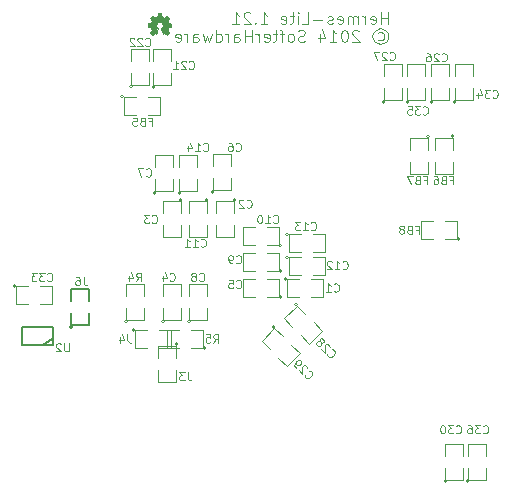
<source format=gbo>
%FSLAX46Y46*%
G04 Gerber Fmt 4.6, Leading zero omitted, Abs format (unit mm)*
G04 Created by KiCad (PCBNEW (2014-08-05 BZR 5054)-product) date Sun 07 Dec 2014 10:24:09 PM PST*
%MOMM*%
G01*
G04 APERTURE LIST*
%ADD10C,0.100000*%
%ADD11C,0.099060*%
%ADD12C,0.127000*%
%ADD13C,0.150000*%
%ADD14C,0.002540*%
G04 APERTURE END LIST*
D10*
X34061905Y-2252381D02*
X34061905Y-1252381D01*
X34061905Y-1728571D02*
X33490476Y-1728571D01*
X33490476Y-2252381D02*
X33490476Y-1252381D01*
X32633333Y-2204762D02*
X32728571Y-2252381D01*
X32919048Y-2252381D01*
X33014286Y-2204762D01*
X33061905Y-2109524D01*
X33061905Y-1728571D01*
X33014286Y-1633333D01*
X32919048Y-1585714D01*
X32728571Y-1585714D01*
X32633333Y-1633333D01*
X32585714Y-1728571D01*
X32585714Y-1823810D01*
X33061905Y-1919048D01*
X32157143Y-2252381D02*
X32157143Y-1585714D01*
X32157143Y-1776190D02*
X32109524Y-1680952D01*
X32061905Y-1633333D01*
X31966667Y-1585714D01*
X31871428Y-1585714D01*
X31538095Y-2252381D02*
X31538095Y-1585714D01*
X31538095Y-1680952D02*
X31490476Y-1633333D01*
X31395238Y-1585714D01*
X31252380Y-1585714D01*
X31157142Y-1633333D01*
X31109523Y-1728571D01*
X31109523Y-2252381D01*
X31109523Y-1728571D02*
X31061904Y-1633333D01*
X30966666Y-1585714D01*
X30823809Y-1585714D01*
X30728571Y-1633333D01*
X30680952Y-1728571D01*
X30680952Y-2252381D01*
X29823809Y-2204762D02*
X29919047Y-2252381D01*
X30109524Y-2252381D01*
X30204762Y-2204762D01*
X30252381Y-2109524D01*
X30252381Y-1728571D01*
X30204762Y-1633333D01*
X30109524Y-1585714D01*
X29919047Y-1585714D01*
X29823809Y-1633333D01*
X29776190Y-1728571D01*
X29776190Y-1823810D01*
X30252381Y-1919048D01*
X29395238Y-2204762D02*
X29300000Y-2252381D01*
X29109524Y-2252381D01*
X29014285Y-2204762D01*
X28966666Y-2109524D01*
X28966666Y-2061905D01*
X29014285Y-1966667D01*
X29109524Y-1919048D01*
X29252381Y-1919048D01*
X29347619Y-1871429D01*
X29395238Y-1776190D01*
X29395238Y-1728571D01*
X29347619Y-1633333D01*
X29252381Y-1585714D01*
X29109524Y-1585714D01*
X29014285Y-1633333D01*
X28538095Y-1871429D02*
X27776190Y-1871429D01*
X26823809Y-2252381D02*
X27300000Y-2252381D01*
X27300000Y-1252381D01*
X26490476Y-2252381D02*
X26490476Y-1585714D01*
X26490476Y-1252381D02*
X26538095Y-1300000D01*
X26490476Y-1347619D01*
X26442857Y-1300000D01*
X26490476Y-1252381D01*
X26490476Y-1347619D01*
X26157143Y-1585714D02*
X25776191Y-1585714D01*
X26014286Y-1252381D02*
X26014286Y-2109524D01*
X25966667Y-2204762D01*
X25871429Y-2252381D01*
X25776191Y-2252381D01*
X25061904Y-2204762D02*
X25157142Y-2252381D01*
X25347619Y-2252381D01*
X25442857Y-2204762D01*
X25490476Y-2109524D01*
X25490476Y-1728571D01*
X25442857Y-1633333D01*
X25347619Y-1585714D01*
X25157142Y-1585714D01*
X25061904Y-1633333D01*
X25014285Y-1728571D01*
X25014285Y-1823810D01*
X25490476Y-1919048D01*
X23299999Y-2252381D02*
X23871428Y-2252381D01*
X23585714Y-2252381D02*
X23585714Y-1252381D01*
X23680952Y-1395238D01*
X23776190Y-1490476D01*
X23871428Y-1538095D01*
X22871428Y-2157143D02*
X22823809Y-2204762D01*
X22871428Y-2252381D01*
X22919047Y-2204762D01*
X22871428Y-2157143D01*
X22871428Y-2252381D01*
X22442857Y-1347619D02*
X22395238Y-1300000D01*
X22300000Y-1252381D01*
X22061904Y-1252381D01*
X21966666Y-1300000D01*
X21919047Y-1347619D01*
X21871428Y-1442857D01*
X21871428Y-1538095D01*
X21919047Y-1680952D01*
X22490476Y-2252381D01*
X21871428Y-2252381D01*
X20919047Y-2252381D02*
X21490476Y-2252381D01*
X21204762Y-2252381D02*
X21204762Y-1252381D01*
X21300000Y-1395238D01*
X21395238Y-1490476D01*
X21490476Y-1538095D01*
X33252381Y-2990476D02*
X33347619Y-2942857D01*
X33538095Y-2942857D01*
X33633333Y-2990476D01*
X33728571Y-3085714D01*
X33776190Y-3180952D01*
X33776190Y-3371429D01*
X33728571Y-3466667D01*
X33633333Y-3561905D01*
X33538095Y-3609524D01*
X33347619Y-3609524D01*
X33252381Y-3561905D01*
X33442857Y-2609524D02*
X33680952Y-2657143D01*
X33919048Y-2800000D01*
X34061905Y-3038095D01*
X34109524Y-3276190D01*
X34061905Y-3514286D01*
X33919048Y-3752381D01*
X33680952Y-3895238D01*
X33442857Y-3942857D01*
X33204762Y-3895238D01*
X32966667Y-3752381D01*
X32823810Y-3514286D01*
X32776190Y-3276190D01*
X32823810Y-3038095D01*
X32966667Y-2800000D01*
X33204762Y-2657143D01*
X33442857Y-2609524D01*
X31633333Y-2847619D02*
X31585714Y-2800000D01*
X31490476Y-2752381D01*
X31252380Y-2752381D01*
X31157142Y-2800000D01*
X31109523Y-2847619D01*
X31061904Y-2942857D01*
X31061904Y-3038095D01*
X31109523Y-3180952D01*
X31680952Y-3752381D01*
X31061904Y-3752381D01*
X30442857Y-2752381D02*
X30347618Y-2752381D01*
X30252380Y-2800000D01*
X30204761Y-2847619D01*
X30157142Y-2942857D01*
X30109523Y-3133333D01*
X30109523Y-3371429D01*
X30157142Y-3561905D01*
X30204761Y-3657143D01*
X30252380Y-3704762D01*
X30347618Y-3752381D01*
X30442857Y-3752381D01*
X30538095Y-3704762D01*
X30585714Y-3657143D01*
X30633333Y-3561905D01*
X30680952Y-3371429D01*
X30680952Y-3133333D01*
X30633333Y-2942857D01*
X30585714Y-2847619D01*
X30538095Y-2800000D01*
X30442857Y-2752381D01*
X29157142Y-3752381D02*
X29728571Y-3752381D01*
X29442857Y-3752381D02*
X29442857Y-2752381D01*
X29538095Y-2895238D01*
X29633333Y-2990476D01*
X29728571Y-3038095D01*
X28299999Y-3085714D02*
X28299999Y-3752381D01*
X28538095Y-2704762D02*
X28776190Y-3419048D01*
X28157142Y-3419048D01*
X27061904Y-3704762D02*
X26919047Y-3752381D01*
X26680951Y-3752381D01*
X26585713Y-3704762D01*
X26538094Y-3657143D01*
X26490475Y-3561905D01*
X26490475Y-3466667D01*
X26538094Y-3371429D01*
X26585713Y-3323810D01*
X26680951Y-3276190D01*
X26871428Y-3228571D01*
X26966666Y-3180952D01*
X27014285Y-3133333D01*
X27061904Y-3038095D01*
X27061904Y-2942857D01*
X27014285Y-2847619D01*
X26966666Y-2800000D01*
X26871428Y-2752381D01*
X26633332Y-2752381D01*
X26490475Y-2800000D01*
X25919047Y-3752381D02*
X26014285Y-3704762D01*
X26061904Y-3657143D01*
X26109523Y-3561905D01*
X26109523Y-3276190D01*
X26061904Y-3180952D01*
X26014285Y-3133333D01*
X25919047Y-3085714D01*
X25776189Y-3085714D01*
X25680951Y-3133333D01*
X25633332Y-3180952D01*
X25585713Y-3276190D01*
X25585713Y-3561905D01*
X25633332Y-3657143D01*
X25680951Y-3704762D01*
X25776189Y-3752381D01*
X25919047Y-3752381D01*
X25299999Y-3085714D02*
X24919047Y-3085714D01*
X25157142Y-3752381D02*
X25157142Y-2895238D01*
X25109523Y-2800000D01*
X25014285Y-2752381D01*
X24919047Y-2752381D01*
X24728570Y-3085714D02*
X24347618Y-3085714D01*
X24585713Y-2752381D02*
X24585713Y-3609524D01*
X24538094Y-3704762D01*
X24442856Y-3752381D01*
X24347618Y-3752381D01*
X23633331Y-3704762D02*
X23728569Y-3752381D01*
X23919046Y-3752381D01*
X24014284Y-3704762D01*
X24061903Y-3609524D01*
X24061903Y-3228571D01*
X24014284Y-3133333D01*
X23919046Y-3085714D01*
X23728569Y-3085714D01*
X23633331Y-3133333D01*
X23585712Y-3228571D01*
X23585712Y-3323810D01*
X24061903Y-3419048D01*
X23157141Y-3752381D02*
X23157141Y-3085714D01*
X23157141Y-3276190D02*
X23109522Y-3180952D01*
X23061903Y-3133333D01*
X22966665Y-3085714D01*
X22871426Y-3085714D01*
X22538093Y-3752381D02*
X22538093Y-2752381D01*
X22538093Y-3228571D02*
X21966664Y-3228571D01*
X21966664Y-3752381D02*
X21966664Y-2752381D01*
X21061902Y-3752381D02*
X21061902Y-3228571D01*
X21109521Y-3133333D01*
X21204759Y-3085714D01*
X21395236Y-3085714D01*
X21490474Y-3133333D01*
X21061902Y-3704762D02*
X21157140Y-3752381D01*
X21395236Y-3752381D01*
X21490474Y-3704762D01*
X21538093Y-3609524D01*
X21538093Y-3514286D01*
X21490474Y-3419048D01*
X21395236Y-3371429D01*
X21157140Y-3371429D01*
X21061902Y-3323810D01*
X20585712Y-3752381D02*
X20585712Y-3085714D01*
X20585712Y-3276190D02*
X20538093Y-3180952D01*
X20490474Y-3133333D01*
X20395236Y-3085714D01*
X20299997Y-3085714D01*
X19538092Y-3752381D02*
X19538092Y-2752381D01*
X19538092Y-3704762D02*
X19633330Y-3752381D01*
X19823807Y-3752381D01*
X19919045Y-3704762D01*
X19966664Y-3657143D01*
X20014283Y-3561905D01*
X20014283Y-3276190D01*
X19966664Y-3180952D01*
X19919045Y-3133333D01*
X19823807Y-3085714D01*
X19633330Y-3085714D01*
X19538092Y-3133333D01*
X19157140Y-3085714D02*
X18966664Y-3752381D01*
X18776187Y-3276190D01*
X18585711Y-3752381D01*
X18395235Y-3085714D01*
X17585711Y-3752381D02*
X17585711Y-3228571D01*
X17633330Y-3133333D01*
X17728568Y-3085714D01*
X17919045Y-3085714D01*
X18014283Y-3133333D01*
X17585711Y-3704762D02*
X17680949Y-3752381D01*
X17919045Y-3752381D01*
X18014283Y-3704762D01*
X18061902Y-3609524D01*
X18061902Y-3514286D01*
X18014283Y-3419048D01*
X17919045Y-3371429D01*
X17680949Y-3371429D01*
X17585711Y-3323810D01*
X17109521Y-3752381D02*
X17109521Y-3085714D01*
X17109521Y-3276190D02*
X17061902Y-3180952D01*
X17014283Y-3133333D01*
X16919045Y-3085714D01*
X16823806Y-3085714D01*
X16109520Y-3704762D02*
X16204758Y-3752381D01*
X16395235Y-3752381D01*
X16490473Y-3704762D01*
X16538092Y-3609524D01*
X16538092Y-3228571D01*
X16490473Y-3133333D01*
X16395235Y-3085714D01*
X16204758Y-3085714D01*
X16109520Y-3133333D01*
X16061901Y-3228571D01*
X16061901Y-3323810D01*
X16538092Y-3419048D01*
D11*
X25576000Y-23838000D02*
G75*
G03X25576000Y-23838000I-127000J0D01*
G74*
G01*
X26592000Y-23838000D02*
X25576000Y-23838000D01*
X25576000Y-23838000D02*
X25576000Y-25362000D01*
X25576000Y-25362000D02*
X26592000Y-25362000D01*
X27608000Y-25362000D02*
X28624000Y-25362000D01*
X28624000Y-25362000D02*
X28624000Y-23838000D01*
X28624000Y-23838000D02*
X27608000Y-23838000D01*
X21189000Y-17149000D02*
G75*
G03X21189000Y-17149000I-127000J0D01*
G74*
G01*
X21062000Y-18292000D02*
X21062000Y-17276000D01*
X21062000Y-17276000D02*
X19538000Y-17276000D01*
X19538000Y-17276000D02*
X19538000Y-18292000D01*
X19538000Y-19308000D02*
X19538000Y-20324000D01*
X19538000Y-20324000D02*
X21062000Y-20324000D01*
X21062000Y-20324000D02*
X21062000Y-19308000D01*
X16689000Y-17149000D02*
G75*
G03X16689000Y-17149000I-127000J0D01*
G74*
G01*
X16562000Y-18292000D02*
X16562000Y-17276000D01*
X16562000Y-17276000D02*
X15038000Y-17276000D01*
X15038000Y-17276000D02*
X15038000Y-18292000D01*
X15038000Y-19308000D02*
X15038000Y-20324000D01*
X15038000Y-20324000D02*
X16562000Y-20324000D01*
X16562000Y-20324000D02*
X16562000Y-19308000D01*
X15165000Y-27451000D02*
G75*
G03X15165000Y-27451000I-127000J0D01*
G74*
G01*
X15038000Y-26308000D02*
X15038000Y-27324000D01*
X15038000Y-27324000D02*
X16562000Y-27324000D01*
X16562000Y-27324000D02*
X16562000Y-26308000D01*
X16562000Y-25292000D02*
X16562000Y-24276000D01*
X16562000Y-24276000D02*
X15038000Y-24276000D01*
X15038000Y-24276000D02*
X15038000Y-25292000D01*
X25078000Y-25362000D02*
G75*
G03X25078000Y-25362000I-127000J0D01*
G74*
G01*
X23808000Y-25362000D02*
X24824000Y-25362000D01*
X24824000Y-25362000D02*
X24824000Y-23838000D01*
X24824000Y-23838000D02*
X23808000Y-23838000D01*
X22792000Y-23838000D02*
X21776000Y-23838000D01*
X21776000Y-23838000D02*
X21776000Y-25362000D01*
X21776000Y-25362000D02*
X22792000Y-25362000D01*
X19365000Y-16451000D02*
G75*
G03X19365000Y-16451000I-127000J0D01*
G74*
G01*
X19238000Y-15308000D02*
X19238000Y-16324000D01*
X19238000Y-16324000D02*
X20762000Y-16324000D01*
X20762000Y-16324000D02*
X20762000Y-15308000D01*
X20762000Y-14292000D02*
X20762000Y-13276000D01*
X20762000Y-13276000D02*
X19238000Y-13276000D01*
X19238000Y-13276000D02*
X19238000Y-14292000D01*
X14465000Y-16551000D02*
G75*
G03X14465000Y-16551000I-127000J0D01*
G74*
G01*
X14338000Y-15408000D02*
X14338000Y-16424000D01*
X14338000Y-16424000D02*
X15862000Y-16424000D01*
X15862000Y-16424000D02*
X15862000Y-15408000D01*
X15862000Y-14392000D02*
X15862000Y-13376000D01*
X15862000Y-13376000D02*
X14338000Y-13376000D01*
X14338000Y-13376000D02*
X14338000Y-14392000D01*
X17365000Y-27451000D02*
G75*
G03X17365000Y-27451000I-127000J0D01*
G74*
G01*
X17238000Y-26308000D02*
X17238000Y-27324000D01*
X17238000Y-27324000D02*
X18762000Y-27324000D01*
X18762000Y-27324000D02*
X18762000Y-26308000D01*
X18762000Y-25292000D02*
X18762000Y-24276000D01*
X18762000Y-24276000D02*
X17238000Y-24276000D01*
X17238000Y-24276000D02*
X17238000Y-25292000D01*
X25078000Y-23162000D02*
G75*
G03X25078000Y-23162000I-127000J0D01*
G74*
G01*
X23808000Y-23162000D02*
X24824000Y-23162000D01*
X24824000Y-23162000D02*
X24824000Y-21638000D01*
X24824000Y-21638000D02*
X23808000Y-21638000D01*
X22792000Y-21638000D02*
X21776000Y-21638000D01*
X21776000Y-21638000D02*
X21776000Y-23162000D01*
X21776000Y-23162000D02*
X22792000Y-23162000D01*
X25078000Y-20962000D02*
G75*
G03X25078000Y-20962000I-127000J0D01*
G74*
G01*
X23808000Y-20962000D02*
X24824000Y-20962000D01*
X24824000Y-20962000D02*
X24824000Y-19438000D01*
X24824000Y-19438000D02*
X23808000Y-19438000D01*
X22792000Y-19438000D02*
X21776000Y-19438000D01*
X21776000Y-19438000D02*
X21776000Y-20962000D01*
X21776000Y-20962000D02*
X22792000Y-20962000D01*
X18889000Y-17149000D02*
G75*
G03X18889000Y-17149000I-127000J0D01*
G74*
G01*
X18762000Y-18292000D02*
X18762000Y-17276000D01*
X18762000Y-17276000D02*
X17238000Y-17276000D01*
X17238000Y-17276000D02*
X17238000Y-18292000D01*
X17238000Y-19308000D02*
X17238000Y-20324000D01*
X17238000Y-20324000D02*
X18762000Y-20324000D01*
X18762000Y-20324000D02*
X18762000Y-19308000D01*
X25676000Y-21988000D02*
G75*
G03X25676000Y-21988000I-127000J0D01*
G74*
G01*
X26692000Y-21988000D02*
X25676000Y-21988000D01*
X25676000Y-21988000D02*
X25676000Y-23512000D01*
X25676000Y-23512000D02*
X26692000Y-23512000D01*
X27708000Y-23512000D02*
X28724000Y-23512000D01*
X28724000Y-23512000D02*
X28724000Y-21988000D01*
X28724000Y-21988000D02*
X27708000Y-21988000D01*
X25676000Y-20038000D02*
G75*
G03X25676000Y-20038000I-127000J0D01*
G74*
G01*
X26692000Y-20038000D02*
X25676000Y-20038000D01*
X25676000Y-20038000D02*
X25676000Y-21562000D01*
X25676000Y-21562000D02*
X26692000Y-21562000D01*
X27708000Y-21562000D02*
X28724000Y-21562000D01*
X28724000Y-21562000D02*
X28724000Y-20038000D01*
X28724000Y-20038000D02*
X27708000Y-20038000D01*
X16565000Y-16551000D02*
G75*
G03X16565000Y-16551000I-127000J0D01*
G74*
G01*
X16438000Y-15408000D02*
X16438000Y-16424000D01*
X16438000Y-16424000D02*
X17962000Y-16424000D01*
X17962000Y-16424000D02*
X17962000Y-15408000D01*
X17962000Y-14392000D02*
X17962000Y-13376000D01*
X17962000Y-13376000D02*
X16438000Y-13376000D01*
X16438000Y-13376000D02*
X16438000Y-14392000D01*
X26398382Y-25993751D02*
G75*
G03X26398382Y-25993751I-127000J0D01*
G74*
G01*
X27079605Y-26801974D02*
X26361185Y-26083554D01*
X26361185Y-26083554D02*
X25283554Y-27161185D01*
X25283554Y-27161185D02*
X26001974Y-27879605D01*
X26720395Y-28598026D02*
X27438815Y-29316446D01*
X27438815Y-29316446D02*
X28516446Y-28238815D01*
X28516446Y-28238815D02*
X27798026Y-27520395D01*
X24498382Y-27893751D02*
G75*
G03X24498382Y-27893751I-127000J0D01*
G74*
G01*
X25179605Y-28701974D02*
X24461185Y-27983554D01*
X24461185Y-27983554D02*
X23383554Y-29061185D01*
X23383554Y-29061185D02*
X24101974Y-29779605D01*
X24820395Y-30498026D02*
X25538815Y-31216446D01*
X25538815Y-31216446D02*
X26616446Y-30138815D01*
X26616446Y-30138815D02*
X25898026Y-29420395D01*
X16289000Y-29349000D02*
G75*
G03X16289000Y-29349000I-127000J0D01*
G74*
G01*
X16162000Y-30492000D02*
X16162000Y-29476000D01*
X16162000Y-29476000D02*
X14638000Y-29476000D01*
X14638000Y-29476000D02*
X14638000Y-30492000D01*
X14638000Y-31508000D02*
X14638000Y-32524000D01*
X14638000Y-32524000D02*
X16162000Y-32524000D01*
X16162000Y-32524000D02*
X16162000Y-31508000D01*
X12676000Y-28138000D02*
G75*
G03X12676000Y-28138000I-127000J0D01*
G74*
G01*
X13692000Y-28138000D02*
X12676000Y-28138000D01*
X12676000Y-28138000D02*
X12676000Y-29662000D01*
X12676000Y-29662000D02*
X13692000Y-29662000D01*
X14708000Y-29662000D02*
X15724000Y-29662000D01*
X15724000Y-29662000D02*
X15724000Y-28138000D01*
X15724000Y-28138000D02*
X14708000Y-28138000D01*
X2576000Y-24438000D02*
G75*
G03X2576000Y-24438000I-127000J0D01*
G74*
G01*
X3592000Y-24438000D02*
X2576000Y-24438000D01*
X2576000Y-24438000D02*
X2576000Y-25962000D01*
X2576000Y-25962000D02*
X3592000Y-25962000D01*
X4608000Y-25962000D02*
X5624000Y-25962000D01*
X5624000Y-25962000D02*
X5624000Y-24438000D01*
X5624000Y-24438000D02*
X4608000Y-24438000D01*
D12*
X4908000Y-29462000D02*
X5670000Y-28954000D01*
X3130000Y-29462000D02*
X5733500Y-29462000D01*
X5733500Y-29462000D02*
X5733500Y-27938000D01*
X5733500Y-27938000D02*
X3130000Y-27938000D01*
X3130000Y-27938000D02*
X3130000Y-29462000D01*
D11*
X12065000Y-27451000D02*
G75*
G03X12065000Y-27451000I-127000J0D01*
G74*
G01*
X11938000Y-26308000D02*
X11938000Y-27324000D01*
X11938000Y-27324000D02*
X13462000Y-27324000D01*
X13462000Y-27324000D02*
X13462000Y-26308000D01*
X13462000Y-25292000D02*
X13462000Y-24276000D01*
X13462000Y-24276000D02*
X11938000Y-24276000D01*
X11938000Y-24276000D02*
X11938000Y-25292000D01*
X18678000Y-29662000D02*
G75*
G03X18678000Y-29662000I-127000J0D01*
G74*
G01*
X17408000Y-29662000D02*
X18424000Y-29662000D01*
X18424000Y-29662000D02*
X18424000Y-28138000D01*
X18424000Y-28138000D02*
X17408000Y-28138000D01*
X16392000Y-28138000D02*
X15376000Y-28138000D01*
X15376000Y-28138000D02*
X15376000Y-29662000D01*
X15376000Y-29662000D02*
X16392000Y-29662000D01*
X14365000Y-7551000D02*
G75*
G03X14365000Y-7551000I-127000J0D01*
G74*
G01*
X14238000Y-6408000D02*
X14238000Y-7424000D01*
X14238000Y-7424000D02*
X15762000Y-7424000D01*
X15762000Y-7424000D02*
X15762000Y-6408000D01*
X15762000Y-5392000D02*
X15762000Y-4376000D01*
X15762000Y-4376000D02*
X14238000Y-4376000D01*
X14238000Y-4376000D02*
X14238000Y-5392000D01*
X12465000Y-7551000D02*
G75*
G03X12465000Y-7551000I-127000J0D01*
G74*
G01*
X12338000Y-6408000D02*
X12338000Y-7424000D01*
X12338000Y-7424000D02*
X13862000Y-7424000D01*
X13862000Y-7424000D02*
X13862000Y-6408000D01*
X13862000Y-5392000D02*
X13862000Y-4376000D01*
X13862000Y-4376000D02*
X12338000Y-4376000D01*
X12338000Y-4376000D02*
X12338000Y-5392000D01*
X37865000Y-8851000D02*
G75*
G03X37865000Y-8851000I-127000J0D01*
G74*
G01*
X37738000Y-7708000D02*
X37738000Y-8724000D01*
X37738000Y-8724000D02*
X39262000Y-8724000D01*
X39262000Y-8724000D02*
X39262000Y-7708000D01*
X39262000Y-6692000D02*
X39262000Y-5676000D01*
X39262000Y-5676000D02*
X37738000Y-5676000D01*
X37738000Y-5676000D02*
X37738000Y-6692000D01*
X33865000Y-8851000D02*
G75*
G03X33865000Y-8851000I-127000J0D01*
G74*
G01*
X33738000Y-7708000D02*
X33738000Y-8724000D01*
X33738000Y-8724000D02*
X35262000Y-8724000D01*
X35262000Y-8724000D02*
X35262000Y-7708000D01*
X35262000Y-6692000D02*
X35262000Y-5676000D01*
X35262000Y-5676000D02*
X33738000Y-5676000D01*
X33738000Y-5676000D02*
X33738000Y-6692000D01*
X39065000Y-40951000D02*
G75*
G03X39065000Y-40951000I-127000J0D01*
G74*
G01*
X38938000Y-39808000D02*
X38938000Y-40824000D01*
X38938000Y-40824000D02*
X40462000Y-40824000D01*
X40462000Y-40824000D02*
X40462000Y-39808000D01*
X40462000Y-38792000D02*
X40462000Y-37776000D01*
X40462000Y-37776000D02*
X38938000Y-37776000D01*
X38938000Y-37776000D02*
X38938000Y-38792000D01*
X39865000Y-8851000D02*
G75*
G03X39865000Y-8851000I-127000J0D01*
G74*
G01*
X39738000Y-7708000D02*
X39738000Y-8724000D01*
X39738000Y-8724000D02*
X41262000Y-8724000D01*
X41262000Y-8724000D02*
X41262000Y-7708000D01*
X41262000Y-6692000D02*
X41262000Y-5676000D01*
X41262000Y-5676000D02*
X39738000Y-5676000D01*
X39738000Y-5676000D02*
X39738000Y-6692000D01*
X35865000Y-8851000D02*
G75*
G03X35865000Y-8851000I-127000J0D01*
G74*
G01*
X35738000Y-7708000D02*
X35738000Y-8724000D01*
X35738000Y-8724000D02*
X37262000Y-8724000D01*
X37262000Y-8724000D02*
X37262000Y-7708000D01*
X37262000Y-6692000D02*
X37262000Y-5676000D01*
X37262000Y-5676000D02*
X35738000Y-5676000D01*
X35738000Y-5676000D02*
X35738000Y-6692000D01*
X40965000Y-40951000D02*
G75*
G03X40965000Y-40951000I-127000J0D01*
G74*
G01*
X40838000Y-39808000D02*
X40838000Y-40824000D01*
X40838000Y-40824000D02*
X42362000Y-40824000D01*
X42362000Y-40824000D02*
X42362000Y-39808000D01*
X42362000Y-38792000D02*
X42362000Y-37776000D01*
X42362000Y-37776000D02*
X40838000Y-37776000D01*
X40838000Y-37776000D02*
X40838000Y-38792000D01*
X11726000Y-8388000D02*
G75*
G03X11726000Y-8388000I-127000J0D01*
G74*
G01*
X12742000Y-8388000D02*
X11726000Y-8388000D01*
X11726000Y-8388000D02*
X11726000Y-9912000D01*
X11726000Y-9912000D02*
X12742000Y-9912000D01*
X13758000Y-9912000D02*
X14774000Y-9912000D01*
X14774000Y-9912000D02*
X14774000Y-8388000D01*
X14774000Y-8388000D02*
X13758000Y-8388000D01*
X39689000Y-11749000D02*
G75*
G03X39689000Y-11749000I-127000J0D01*
G74*
G01*
X39562000Y-12892000D02*
X39562000Y-11876000D01*
X39562000Y-11876000D02*
X38038000Y-11876000D01*
X38038000Y-11876000D02*
X38038000Y-12892000D01*
X38038000Y-13908000D02*
X38038000Y-14924000D01*
X38038000Y-14924000D02*
X39562000Y-14924000D01*
X39562000Y-14924000D02*
X39562000Y-13908000D01*
X37589000Y-11749000D02*
G75*
G03X37589000Y-11749000I-127000J0D01*
G74*
G01*
X37462000Y-12892000D02*
X37462000Y-11876000D01*
X37462000Y-11876000D02*
X35938000Y-11876000D01*
X35938000Y-11876000D02*
X35938000Y-12892000D01*
X35938000Y-13908000D02*
X35938000Y-14924000D01*
X35938000Y-14924000D02*
X37462000Y-14924000D01*
X37462000Y-14924000D02*
X37462000Y-13908000D01*
X40178000Y-20462000D02*
G75*
G03X40178000Y-20462000I-127000J0D01*
G74*
G01*
X38908000Y-20462000D02*
X39924000Y-20462000D01*
X39924000Y-20462000D02*
X39924000Y-18938000D01*
X39924000Y-18938000D02*
X38908000Y-18938000D01*
X37892000Y-18938000D02*
X36876000Y-18938000D01*
X36876000Y-18938000D02*
X36876000Y-20462000D01*
X36876000Y-20462000D02*
X37892000Y-20462000D01*
D13*
X7365000Y-27901000D02*
G75*
G03X7365000Y-27901000I-127000J0D01*
G74*
G01*
X7238000Y-26758000D02*
X7238000Y-27774000D01*
X7238000Y-27774000D02*
X8762000Y-27774000D01*
X8762000Y-27774000D02*
X8762000Y-26758000D01*
X8762000Y-25742000D02*
X8762000Y-24726000D01*
X8762000Y-24726000D02*
X7238000Y-24726000D01*
X7238000Y-24726000D02*
X7238000Y-25742000D01*
D14*
G36*
X15354520Y-3146620D02*
X15344360Y-3141540D01*
X15321500Y-3126300D01*
X15288480Y-3105980D01*
X15247840Y-3078040D01*
X15209740Y-3052640D01*
X15176720Y-3029780D01*
X15153860Y-3014540D01*
X15143700Y-3009460D01*
X15138620Y-3012000D01*
X15120840Y-3022160D01*
X15092900Y-3034860D01*
X15077660Y-3042480D01*
X15052260Y-3055180D01*
X15039560Y-3057720D01*
X15037020Y-3052640D01*
X15026860Y-3034860D01*
X15014160Y-3001840D01*
X14993840Y-2958660D01*
X14973520Y-2907860D01*
X14950660Y-2851980D01*
X14927800Y-2796100D01*
X14904940Y-2742760D01*
X14884620Y-2694500D01*
X14869380Y-2656400D01*
X14859220Y-2628460D01*
X14854140Y-2618300D01*
X14856680Y-2615760D01*
X14869380Y-2603060D01*
X14889700Y-2587820D01*
X14937960Y-2547180D01*
X14983680Y-2488760D01*
X15014160Y-2422720D01*
X15021780Y-2349060D01*
X15014160Y-2283020D01*
X14988760Y-2219520D01*
X14943040Y-2158560D01*
X14887160Y-2115380D01*
X14821120Y-2087440D01*
X14750000Y-2079820D01*
X14681420Y-2087440D01*
X14615380Y-2112840D01*
X14554420Y-2158560D01*
X14531560Y-2186500D01*
X14496000Y-2247460D01*
X14475680Y-2308420D01*
X14475680Y-2323660D01*
X14478220Y-2394780D01*
X14498540Y-2463360D01*
X14534100Y-2521780D01*
X14587440Y-2572580D01*
X14592520Y-2577660D01*
X14617920Y-2595440D01*
X14633160Y-2605600D01*
X14645860Y-2615760D01*
X14556960Y-2831660D01*
X14541720Y-2867220D01*
X14516320Y-2925640D01*
X14496000Y-2976440D01*
X14478220Y-3017080D01*
X14465520Y-3042480D01*
X14460440Y-3055180D01*
X14460440Y-3055180D01*
X14452820Y-3055180D01*
X14437580Y-3050100D01*
X14407100Y-3034860D01*
X14386780Y-3024700D01*
X14363920Y-3014540D01*
X14353760Y-3009460D01*
X14343600Y-3014540D01*
X14323280Y-3029780D01*
X14290260Y-3050100D01*
X14252160Y-3075500D01*
X14216600Y-3100900D01*
X14181040Y-3123760D01*
X14158180Y-3139000D01*
X14145480Y-3146620D01*
X14142940Y-3146620D01*
X14132780Y-3139000D01*
X14112460Y-3123760D01*
X14084520Y-3095820D01*
X14043880Y-3055180D01*
X14036260Y-3050100D01*
X14003240Y-3014540D01*
X13975300Y-2984060D01*
X13954980Y-2963740D01*
X13949900Y-2956120D01*
X13949900Y-2956120D01*
X13954980Y-2943420D01*
X13970220Y-2918020D01*
X13993080Y-2885000D01*
X14021020Y-2844360D01*
X14092140Y-2740220D01*
X14051500Y-2643700D01*
X14041340Y-2613220D01*
X14026100Y-2577660D01*
X14013400Y-2552260D01*
X14008320Y-2539560D01*
X13998160Y-2537020D01*
X13970220Y-2529400D01*
X13932120Y-2521780D01*
X13886400Y-2514160D01*
X13840680Y-2504000D01*
X13802580Y-2496380D01*
X13772100Y-2491300D01*
X13759400Y-2488760D01*
X13756860Y-2486220D01*
X13754320Y-2481140D01*
X13751780Y-2468440D01*
X13751780Y-2443040D01*
X13751780Y-2404940D01*
X13751780Y-2349060D01*
X13751780Y-2343980D01*
X13751780Y-2290640D01*
X13751780Y-2250000D01*
X13754320Y-2224600D01*
X13756860Y-2214440D01*
X13756860Y-2214440D01*
X13769560Y-2209360D01*
X13797500Y-2204280D01*
X13835600Y-2196660D01*
X13883860Y-2186500D01*
X13886400Y-2186500D01*
X13934660Y-2178880D01*
X13972760Y-2168720D01*
X14000700Y-2163640D01*
X14013400Y-2158560D01*
X14015940Y-2156020D01*
X14026100Y-2138240D01*
X14038800Y-2107760D01*
X14054040Y-2072200D01*
X14069280Y-2036640D01*
X14084520Y-2001080D01*
X14092140Y-1978220D01*
X14094680Y-1965520D01*
X14094680Y-1965520D01*
X14087060Y-1955360D01*
X14071820Y-1929960D01*
X14048960Y-1896940D01*
X14021020Y-1856300D01*
X14018480Y-1851220D01*
X13990540Y-1813120D01*
X13970220Y-1777560D01*
X13954980Y-1754700D01*
X13949900Y-1744540D01*
X13949900Y-1742000D01*
X13957520Y-1731840D01*
X13977840Y-1708980D01*
X14008320Y-1678500D01*
X14043880Y-1642940D01*
X14054040Y-1632780D01*
X14092140Y-1594680D01*
X14120080Y-1569280D01*
X14137860Y-1556580D01*
X14145480Y-1551500D01*
X14145480Y-1554040D01*
X14158180Y-1559120D01*
X14183580Y-1576900D01*
X14216600Y-1599760D01*
X14257240Y-1627700D01*
X14259780Y-1630240D01*
X14300420Y-1655640D01*
X14333440Y-1678500D01*
X14356300Y-1693740D01*
X14366460Y-1701360D01*
X14369000Y-1701360D01*
X14384240Y-1696280D01*
X14414720Y-1686120D01*
X14447740Y-1673420D01*
X14485840Y-1658180D01*
X14518860Y-1642940D01*
X14544260Y-1632780D01*
X14556960Y-1625160D01*
X14556960Y-1625160D01*
X14562040Y-1609920D01*
X14567120Y-1579440D01*
X14577280Y-1538800D01*
X14584900Y-1490540D01*
X14587440Y-1482920D01*
X14595060Y-1434660D01*
X14602680Y-1396560D01*
X14610300Y-1368620D01*
X14612840Y-1355920D01*
X14617920Y-1355920D01*
X14643320Y-1353380D01*
X14678880Y-1353380D01*
X14722060Y-1353380D01*
X14765240Y-1353380D01*
X14808420Y-1353380D01*
X14846520Y-1355920D01*
X14871920Y-1355920D01*
X14884620Y-1358460D01*
X14884620Y-1361000D01*
X14889700Y-1373700D01*
X14894780Y-1404180D01*
X14904940Y-1444820D01*
X14912560Y-1495620D01*
X14915100Y-1503240D01*
X14922720Y-1551500D01*
X14932880Y-1589600D01*
X14937960Y-1617540D01*
X14940500Y-1627700D01*
X14945580Y-1630240D01*
X14963360Y-1637860D01*
X14996380Y-1650560D01*
X15037020Y-1668340D01*
X15128460Y-1703900D01*
X15240220Y-1627700D01*
X15250380Y-1620080D01*
X15291020Y-1592140D01*
X15324040Y-1571820D01*
X15346900Y-1556580D01*
X15357060Y-1551500D01*
X15357060Y-1551500D01*
X15367220Y-1561660D01*
X15390080Y-1581980D01*
X15420560Y-1612460D01*
X15456120Y-1645480D01*
X15481520Y-1673420D01*
X15512000Y-1703900D01*
X15532320Y-1724220D01*
X15542480Y-1739460D01*
X15547560Y-1747080D01*
X15545020Y-1752160D01*
X15539940Y-1764860D01*
X15522160Y-1787720D01*
X15499300Y-1823280D01*
X15471360Y-1861380D01*
X15448500Y-1896940D01*
X15425640Y-1932500D01*
X15410400Y-1960440D01*
X15402780Y-1973140D01*
X15405320Y-1978220D01*
X15412940Y-2001080D01*
X15425640Y-2034100D01*
X15443420Y-2074740D01*
X15481520Y-2163640D01*
X15539940Y-2173800D01*
X15575500Y-2181420D01*
X15626300Y-2189040D01*
X15672020Y-2199200D01*
X15745680Y-2214440D01*
X15748220Y-2481140D01*
X15738060Y-2486220D01*
X15725360Y-2491300D01*
X15699960Y-2496380D01*
X15659320Y-2504000D01*
X15613600Y-2511620D01*
X15575500Y-2519240D01*
X15534860Y-2526860D01*
X15506920Y-2531940D01*
X15494220Y-2534480D01*
X15491680Y-2539560D01*
X15481520Y-2559880D01*
X15466280Y-2590360D01*
X15451040Y-2625920D01*
X15435800Y-2664020D01*
X15423100Y-2699580D01*
X15412940Y-2724980D01*
X15407860Y-2740220D01*
X15412940Y-2750380D01*
X15428180Y-2773240D01*
X15451040Y-2806260D01*
X15476440Y-2844360D01*
X15504380Y-2885000D01*
X15527240Y-2918020D01*
X15542480Y-2943420D01*
X15550100Y-2953580D01*
X15545020Y-2961200D01*
X15529780Y-2978980D01*
X15501840Y-3009460D01*
X15456120Y-3055180D01*
X15448500Y-3060260D01*
X15415480Y-3095820D01*
X15385000Y-3121220D01*
X15364680Y-3141540D01*
X15354520Y-3146620D01*
X15354520Y-3146620D01*
G37*
X15354520Y-3146620D02*
X15344360Y-3141540D01*
X15321500Y-3126300D01*
X15288480Y-3105980D01*
X15247840Y-3078040D01*
X15209740Y-3052640D01*
X15176720Y-3029780D01*
X15153860Y-3014540D01*
X15143700Y-3009460D01*
X15138620Y-3012000D01*
X15120840Y-3022160D01*
X15092900Y-3034860D01*
X15077660Y-3042480D01*
X15052260Y-3055180D01*
X15039560Y-3057720D01*
X15037020Y-3052640D01*
X15026860Y-3034860D01*
X15014160Y-3001840D01*
X14993840Y-2958660D01*
X14973520Y-2907860D01*
X14950660Y-2851980D01*
X14927800Y-2796100D01*
X14904940Y-2742760D01*
X14884620Y-2694500D01*
X14869380Y-2656400D01*
X14859220Y-2628460D01*
X14854140Y-2618300D01*
X14856680Y-2615760D01*
X14869380Y-2603060D01*
X14889700Y-2587820D01*
X14937960Y-2547180D01*
X14983680Y-2488760D01*
X15014160Y-2422720D01*
X15021780Y-2349060D01*
X15014160Y-2283020D01*
X14988760Y-2219520D01*
X14943040Y-2158560D01*
X14887160Y-2115380D01*
X14821120Y-2087440D01*
X14750000Y-2079820D01*
X14681420Y-2087440D01*
X14615380Y-2112840D01*
X14554420Y-2158560D01*
X14531560Y-2186500D01*
X14496000Y-2247460D01*
X14475680Y-2308420D01*
X14475680Y-2323660D01*
X14478220Y-2394780D01*
X14498540Y-2463360D01*
X14534100Y-2521780D01*
X14587440Y-2572580D01*
X14592520Y-2577660D01*
X14617920Y-2595440D01*
X14633160Y-2605600D01*
X14645860Y-2615760D01*
X14556960Y-2831660D01*
X14541720Y-2867220D01*
X14516320Y-2925640D01*
X14496000Y-2976440D01*
X14478220Y-3017080D01*
X14465520Y-3042480D01*
X14460440Y-3055180D01*
X14460440Y-3055180D01*
X14452820Y-3055180D01*
X14437580Y-3050100D01*
X14407100Y-3034860D01*
X14386780Y-3024700D01*
X14363920Y-3014540D01*
X14353760Y-3009460D01*
X14343600Y-3014540D01*
X14323280Y-3029780D01*
X14290260Y-3050100D01*
X14252160Y-3075500D01*
X14216600Y-3100900D01*
X14181040Y-3123760D01*
X14158180Y-3139000D01*
X14145480Y-3146620D01*
X14142940Y-3146620D01*
X14132780Y-3139000D01*
X14112460Y-3123760D01*
X14084520Y-3095820D01*
X14043880Y-3055180D01*
X14036260Y-3050100D01*
X14003240Y-3014540D01*
X13975300Y-2984060D01*
X13954980Y-2963740D01*
X13949900Y-2956120D01*
X13949900Y-2956120D01*
X13954980Y-2943420D01*
X13970220Y-2918020D01*
X13993080Y-2885000D01*
X14021020Y-2844360D01*
X14092140Y-2740220D01*
X14051500Y-2643700D01*
X14041340Y-2613220D01*
X14026100Y-2577660D01*
X14013400Y-2552260D01*
X14008320Y-2539560D01*
X13998160Y-2537020D01*
X13970220Y-2529400D01*
X13932120Y-2521780D01*
X13886400Y-2514160D01*
X13840680Y-2504000D01*
X13802580Y-2496380D01*
X13772100Y-2491300D01*
X13759400Y-2488760D01*
X13756860Y-2486220D01*
X13754320Y-2481140D01*
X13751780Y-2468440D01*
X13751780Y-2443040D01*
X13751780Y-2404940D01*
X13751780Y-2349060D01*
X13751780Y-2343980D01*
X13751780Y-2290640D01*
X13751780Y-2250000D01*
X13754320Y-2224600D01*
X13756860Y-2214440D01*
X13756860Y-2214440D01*
X13769560Y-2209360D01*
X13797500Y-2204280D01*
X13835600Y-2196660D01*
X13883860Y-2186500D01*
X13886400Y-2186500D01*
X13934660Y-2178880D01*
X13972760Y-2168720D01*
X14000700Y-2163640D01*
X14013400Y-2158560D01*
X14015940Y-2156020D01*
X14026100Y-2138240D01*
X14038800Y-2107760D01*
X14054040Y-2072200D01*
X14069280Y-2036640D01*
X14084520Y-2001080D01*
X14092140Y-1978220D01*
X14094680Y-1965520D01*
X14094680Y-1965520D01*
X14087060Y-1955360D01*
X14071820Y-1929960D01*
X14048960Y-1896940D01*
X14021020Y-1856300D01*
X14018480Y-1851220D01*
X13990540Y-1813120D01*
X13970220Y-1777560D01*
X13954980Y-1754700D01*
X13949900Y-1744540D01*
X13949900Y-1742000D01*
X13957520Y-1731840D01*
X13977840Y-1708980D01*
X14008320Y-1678500D01*
X14043880Y-1642940D01*
X14054040Y-1632780D01*
X14092140Y-1594680D01*
X14120080Y-1569280D01*
X14137860Y-1556580D01*
X14145480Y-1551500D01*
X14145480Y-1554040D01*
X14158180Y-1559120D01*
X14183580Y-1576900D01*
X14216600Y-1599760D01*
X14257240Y-1627700D01*
X14259780Y-1630240D01*
X14300420Y-1655640D01*
X14333440Y-1678500D01*
X14356300Y-1693740D01*
X14366460Y-1701360D01*
X14369000Y-1701360D01*
X14384240Y-1696280D01*
X14414720Y-1686120D01*
X14447740Y-1673420D01*
X14485840Y-1658180D01*
X14518860Y-1642940D01*
X14544260Y-1632780D01*
X14556960Y-1625160D01*
X14556960Y-1625160D01*
X14562040Y-1609920D01*
X14567120Y-1579440D01*
X14577280Y-1538800D01*
X14584900Y-1490540D01*
X14587440Y-1482920D01*
X14595060Y-1434660D01*
X14602680Y-1396560D01*
X14610300Y-1368620D01*
X14612840Y-1355920D01*
X14617920Y-1355920D01*
X14643320Y-1353380D01*
X14678880Y-1353380D01*
X14722060Y-1353380D01*
X14765240Y-1353380D01*
X14808420Y-1353380D01*
X14846520Y-1355920D01*
X14871920Y-1355920D01*
X14884620Y-1358460D01*
X14884620Y-1361000D01*
X14889700Y-1373700D01*
X14894780Y-1404180D01*
X14904940Y-1444820D01*
X14912560Y-1495620D01*
X14915100Y-1503240D01*
X14922720Y-1551500D01*
X14932880Y-1589600D01*
X14937960Y-1617540D01*
X14940500Y-1627700D01*
X14945580Y-1630240D01*
X14963360Y-1637860D01*
X14996380Y-1650560D01*
X15037020Y-1668340D01*
X15128460Y-1703900D01*
X15240220Y-1627700D01*
X15250380Y-1620080D01*
X15291020Y-1592140D01*
X15324040Y-1571820D01*
X15346900Y-1556580D01*
X15357060Y-1551500D01*
X15357060Y-1551500D01*
X15367220Y-1561660D01*
X15390080Y-1581980D01*
X15420560Y-1612460D01*
X15456120Y-1645480D01*
X15481520Y-1673420D01*
X15512000Y-1703900D01*
X15532320Y-1724220D01*
X15542480Y-1739460D01*
X15547560Y-1747080D01*
X15545020Y-1752160D01*
X15539940Y-1764860D01*
X15522160Y-1787720D01*
X15499300Y-1823280D01*
X15471360Y-1861380D01*
X15448500Y-1896940D01*
X15425640Y-1932500D01*
X15410400Y-1960440D01*
X15402780Y-1973140D01*
X15405320Y-1978220D01*
X15412940Y-2001080D01*
X15425640Y-2034100D01*
X15443420Y-2074740D01*
X15481520Y-2163640D01*
X15539940Y-2173800D01*
X15575500Y-2181420D01*
X15626300Y-2189040D01*
X15672020Y-2199200D01*
X15745680Y-2214440D01*
X15748220Y-2481140D01*
X15738060Y-2486220D01*
X15725360Y-2491300D01*
X15699960Y-2496380D01*
X15659320Y-2504000D01*
X15613600Y-2511620D01*
X15575500Y-2519240D01*
X15534860Y-2526860D01*
X15506920Y-2531940D01*
X15494220Y-2534480D01*
X15491680Y-2539560D01*
X15481520Y-2559880D01*
X15466280Y-2590360D01*
X15451040Y-2625920D01*
X15435800Y-2664020D01*
X15423100Y-2699580D01*
X15412940Y-2724980D01*
X15407860Y-2740220D01*
X15412940Y-2750380D01*
X15428180Y-2773240D01*
X15451040Y-2806260D01*
X15476440Y-2844360D01*
X15504380Y-2885000D01*
X15527240Y-2918020D01*
X15542480Y-2943420D01*
X15550100Y-2953580D01*
X15545020Y-2961200D01*
X15529780Y-2978980D01*
X15501840Y-3009460D01*
X15456120Y-3055180D01*
X15448500Y-3060260D01*
X15415480Y-3095820D01*
X15385000Y-3121220D01*
X15364680Y-3141540D01*
X15354520Y-3146620D01*
D10*
X29516666Y-24850000D02*
X29550000Y-24883333D01*
X29650000Y-24916667D01*
X29716666Y-24916667D01*
X29816666Y-24883333D01*
X29883333Y-24816667D01*
X29916666Y-24750000D01*
X29950000Y-24616667D01*
X29950000Y-24516667D01*
X29916666Y-24383333D01*
X29883333Y-24316667D01*
X29816666Y-24250000D01*
X29716666Y-24216667D01*
X29650000Y-24216667D01*
X29550000Y-24250000D01*
X29516666Y-24283333D01*
X28850000Y-24916667D02*
X29250000Y-24916667D01*
X29050000Y-24916667D02*
X29050000Y-24216667D01*
X29116666Y-24316667D01*
X29183333Y-24383333D01*
X29250000Y-24416667D01*
X22116666Y-17750000D02*
X22150000Y-17783333D01*
X22250000Y-17816667D01*
X22316666Y-17816667D01*
X22416666Y-17783333D01*
X22483333Y-17716667D01*
X22516666Y-17650000D01*
X22550000Y-17516667D01*
X22550000Y-17416667D01*
X22516666Y-17283333D01*
X22483333Y-17216667D01*
X22416666Y-17150000D01*
X22316666Y-17116667D01*
X22250000Y-17116667D01*
X22150000Y-17150000D01*
X22116666Y-17183333D01*
X21850000Y-17183333D02*
X21816666Y-17150000D01*
X21750000Y-17116667D01*
X21583333Y-17116667D01*
X21516666Y-17150000D01*
X21483333Y-17183333D01*
X21450000Y-17250000D01*
X21450000Y-17316667D01*
X21483333Y-17416667D01*
X21883333Y-17816667D01*
X21450000Y-17816667D01*
X14116666Y-19050000D02*
X14150000Y-19083333D01*
X14250000Y-19116667D01*
X14316666Y-19116667D01*
X14416666Y-19083333D01*
X14483333Y-19016667D01*
X14516666Y-18950000D01*
X14550000Y-18816667D01*
X14550000Y-18716667D01*
X14516666Y-18583333D01*
X14483333Y-18516667D01*
X14416666Y-18450000D01*
X14316666Y-18416667D01*
X14250000Y-18416667D01*
X14150000Y-18450000D01*
X14116666Y-18483333D01*
X13883333Y-18416667D02*
X13450000Y-18416667D01*
X13683333Y-18683333D01*
X13583333Y-18683333D01*
X13516666Y-18716667D01*
X13483333Y-18750000D01*
X13450000Y-18816667D01*
X13450000Y-18983333D01*
X13483333Y-19050000D01*
X13516666Y-19083333D01*
X13583333Y-19116667D01*
X13783333Y-19116667D01*
X13850000Y-19083333D01*
X13883333Y-19050000D01*
X15616666Y-23950000D02*
X15650000Y-23983333D01*
X15750000Y-24016667D01*
X15816666Y-24016667D01*
X15916666Y-23983333D01*
X15983333Y-23916667D01*
X16016666Y-23850000D01*
X16050000Y-23716667D01*
X16050000Y-23616667D01*
X16016666Y-23483333D01*
X15983333Y-23416667D01*
X15916666Y-23350000D01*
X15816666Y-23316667D01*
X15750000Y-23316667D01*
X15650000Y-23350000D01*
X15616666Y-23383333D01*
X15016666Y-23550000D02*
X15016666Y-24016667D01*
X15183333Y-23283333D02*
X15350000Y-23783333D01*
X14916666Y-23783333D01*
X21241666Y-24550000D02*
X21275000Y-24583333D01*
X21375000Y-24616667D01*
X21441666Y-24616667D01*
X21541666Y-24583333D01*
X21608333Y-24516667D01*
X21641666Y-24450000D01*
X21675000Y-24316667D01*
X21675000Y-24216667D01*
X21641666Y-24083333D01*
X21608333Y-24016667D01*
X21541666Y-23950000D01*
X21441666Y-23916667D01*
X21375000Y-23916667D01*
X21275000Y-23950000D01*
X21241666Y-23983333D01*
X20608333Y-23916667D02*
X20941666Y-23916667D01*
X20975000Y-24250000D01*
X20941666Y-24216667D01*
X20875000Y-24183333D01*
X20708333Y-24183333D01*
X20641666Y-24216667D01*
X20608333Y-24250000D01*
X20575000Y-24316667D01*
X20575000Y-24483333D01*
X20608333Y-24550000D01*
X20641666Y-24583333D01*
X20708333Y-24616667D01*
X20875000Y-24616667D01*
X20941666Y-24583333D01*
X20975000Y-24550000D01*
X21216666Y-12950000D02*
X21250000Y-12983333D01*
X21350000Y-13016667D01*
X21416666Y-13016667D01*
X21516666Y-12983333D01*
X21583333Y-12916667D01*
X21616666Y-12850000D01*
X21650000Y-12716667D01*
X21650000Y-12616667D01*
X21616666Y-12483333D01*
X21583333Y-12416667D01*
X21516666Y-12350000D01*
X21416666Y-12316667D01*
X21350000Y-12316667D01*
X21250000Y-12350000D01*
X21216666Y-12383333D01*
X20616666Y-12316667D02*
X20750000Y-12316667D01*
X20816666Y-12350000D01*
X20850000Y-12383333D01*
X20916666Y-12483333D01*
X20950000Y-12616667D01*
X20950000Y-12883333D01*
X20916666Y-12950000D01*
X20883333Y-12983333D01*
X20816666Y-13016667D01*
X20683333Y-13016667D01*
X20616666Y-12983333D01*
X20583333Y-12950000D01*
X20550000Y-12883333D01*
X20550000Y-12716667D01*
X20583333Y-12650000D01*
X20616666Y-12616667D01*
X20683333Y-12583333D01*
X20816666Y-12583333D01*
X20883333Y-12616667D01*
X20916666Y-12650000D01*
X20950000Y-12716667D01*
X13616666Y-15100000D02*
X13650000Y-15133333D01*
X13750000Y-15166667D01*
X13816666Y-15166667D01*
X13916666Y-15133333D01*
X13983333Y-15066667D01*
X14016666Y-15000000D01*
X14050000Y-14866667D01*
X14050000Y-14766667D01*
X14016666Y-14633333D01*
X13983333Y-14566667D01*
X13916666Y-14500000D01*
X13816666Y-14466667D01*
X13750000Y-14466667D01*
X13650000Y-14500000D01*
X13616666Y-14533333D01*
X13383333Y-14466667D02*
X12916666Y-14466667D01*
X13216666Y-15166667D01*
X18116666Y-23950000D02*
X18150000Y-23983333D01*
X18250000Y-24016667D01*
X18316666Y-24016667D01*
X18416666Y-23983333D01*
X18483333Y-23916667D01*
X18516666Y-23850000D01*
X18550000Y-23716667D01*
X18550000Y-23616667D01*
X18516666Y-23483333D01*
X18483333Y-23416667D01*
X18416666Y-23350000D01*
X18316666Y-23316667D01*
X18250000Y-23316667D01*
X18150000Y-23350000D01*
X18116666Y-23383333D01*
X17716666Y-23616667D02*
X17783333Y-23583333D01*
X17816666Y-23550000D01*
X17850000Y-23483333D01*
X17850000Y-23450000D01*
X17816666Y-23383333D01*
X17783333Y-23350000D01*
X17716666Y-23316667D01*
X17583333Y-23316667D01*
X17516666Y-23350000D01*
X17483333Y-23383333D01*
X17450000Y-23450000D01*
X17450000Y-23483333D01*
X17483333Y-23550000D01*
X17516666Y-23583333D01*
X17583333Y-23616667D01*
X17716666Y-23616667D01*
X17783333Y-23650000D01*
X17816666Y-23683333D01*
X17850000Y-23750000D01*
X17850000Y-23883333D01*
X17816666Y-23950000D01*
X17783333Y-23983333D01*
X17716666Y-24016667D01*
X17583333Y-24016667D01*
X17516666Y-23983333D01*
X17483333Y-23950000D01*
X17450000Y-23883333D01*
X17450000Y-23750000D01*
X17483333Y-23683333D01*
X17516666Y-23650000D01*
X17583333Y-23616667D01*
X21241666Y-22450000D02*
X21275000Y-22483333D01*
X21375000Y-22516667D01*
X21441666Y-22516667D01*
X21541666Y-22483333D01*
X21608333Y-22416667D01*
X21641666Y-22350000D01*
X21675000Y-22216667D01*
X21675000Y-22116667D01*
X21641666Y-21983333D01*
X21608333Y-21916667D01*
X21541666Y-21850000D01*
X21441666Y-21816667D01*
X21375000Y-21816667D01*
X21275000Y-21850000D01*
X21241666Y-21883333D01*
X20908333Y-22516667D02*
X20775000Y-22516667D01*
X20708333Y-22483333D01*
X20675000Y-22450000D01*
X20608333Y-22350000D01*
X20575000Y-22216667D01*
X20575000Y-21950000D01*
X20608333Y-21883333D01*
X20641666Y-21850000D01*
X20708333Y-21816667D01*
X20841666Y-21816667D01*
X20908333Y-21850000D01*
X20941666Y-21883333D01*
X20975000Y-21950000D01*
X20975000Y-22116667D01*
X20941666Y-22183333D01*
X20908333Y-22216667D01*
X20841666Y-22250000D01*
X20708333Y-22250000D01*
X20641666Y-22216667D01*
X20608333Y-22183333D01*
X20575000Y-22116667D01*
X24375000Y-19050000D02*
X24408334Y-19083333D01*
X24508334Y-19116667D01*
X24575000Y-19116667D01*
X24675000Y-19083333D01*
X24741667Y-19016667D01*
X24775000Y-18950000D01*
X24808334Y-18816667D01*
X24808334Y-18716667D01*
X24775000Y-18583333D01*
X24741667Y-18516667D01*
X24675000Y-18450000D01*
X24575000Y-18416667D01*
X24508334Y-18416667D01*
X24408334Y-18450000D01*
X24375000Y-18483333D01*
X23708334Y-19116667D02*
X24108334Y-19116667D01*
X23908334Y-19116667D02*
X23908334Y-18416667D01*
X23975000Y-18516667D01*
X24041667Y-18583333D01*
X24108334Y-18616667D01*
X23275000Y-18416667D02*
X23208333Y-18416667D01*
X23141667Y-18450000D01*
X23108333Y-18483333D01*
X23075000Y-18550000D01*
X23041667Y-18683333D01*
X23041667Y-18850000D01*
X23075000Y-18983333D01*
X23108333Y-19050000D01*
X23141667Y-19083333D01*
X23208333Y-19116667D01*
X23275000Y-19116667D01*
X23341667Y-19083333D01*
X23375000Y-19050000D01*
X23408333Y-18983333D01*
X23441667Y-18850000D01*
X23441667Y-18683333D01*
X23408333Y-18550000D01*
X23375000Y-18483333D01*
X23341667Y-18450000D01*
X23275000Y-18416667D01*
X18250000Y-21050000D02*
X18283334Y-21083333D01*
X18383334Y-21116667D01*
X18450000Y-21116667D01*
X18550000Y-21083333D01*
X18616667Y-21016667D01*
X18650000Y-20950000D01*
X18683334Y-20816667D01*
X18683334Y-20716667D01*
X18650000Y-20583333D01*
X18616667Y-20516667D01*
X18550000Y-20450000D01*
X18450000Y-20416667D01*
X18383334Y-20416667D01*
X18283334Y-20450000D01*
X18250000Y-20483333D01*
X17583334Y-21116667D02*
X17983334Y-21116667D01*
X17783334Y-21116667D02*
X17783334Y-20416667D01*
X17850000Y-20516667D01*
X17916667Y-20583333D01*
X17983334Y-20616667D01*
X16916667Y-21116667D02*
X17316667Y-21116667D01*
X17116667Y-21116667D02*
X17116667Y-20416667D01*
X17183333Y-20516667D01*
X17250000Y-20583333D01*
X17316667Y-20616667D01*
X30250000Y-22950000D02*
X30283334Y-22983333D01*
X30383334Y-23016667D01*
X30450000Y-23016667D01*
X30550000Y-22983333D01*
X30616667Y-22916667D01*
X30650000Y-22850000D01*
X30683334Y-22716667D01*
X30683334Y-22616667D01*
X30650000Y-22483333D01*
X30616667Y-22416667D01*
X30550000Y-22350000D01*
X30450000Y-22316667D01*
X30383334Y-22316667D01*
X30283334Y-22350000D01*
X30250000Y-22383333D01*
X29583334Y-23016667D02*
X29983334Y-23016667D01*
X29783334Y-23016667D02*
X29783334Y-22316667D01*
X29850000Y-22416667D01*
X29916667Y-22483333D01*
X29983334Y-22516667D01*
X29316667Y-22383333D02*
X29283333Y-22350000D01*
X29216667Y-22316667D01*
X29050000Y-22316667D01*
X28983333Y-22350000D01*
X28950000Y-22383333D01*
X28916667Y-22450000D01*
X28916667Y-22516667D01*
X28950000Y-22616667D01*
X29350000Y-23016667D01*
X28916667Y-23016667D01*
X27575000Y-19650000D02*
X27608334Y-19683333D01*
X27708334Y-19716667D01*
X27775000Y-19716667D01*
X27875000Y-19683333D01*
X27941667Y-19616667D01*
X27975000Y-19550000D01*
X28008334Y-19416667D01*
X28008334Y-19316667D01*
X27975000Y-19183333D01*
X27941667Y-19116667D01*
X27875000Y-19050000D01*
X27775000Y-19016667D01*
X27708334Y-19016667D01*
X27608334Y-19050000D01*
X27575000Y-19083333D01*
X26908334Y-19716667D02*
X27308334Y-19716667D01*
X27108334Y-19716667D02*
X27108334Y-19016667D01*
X27175000Y-19116667D01*
X27241667Y-19183333D01*
X27308334Y-19216667D01*
X26675000Y-19016667D02*
X26241667Y-19016667D01*
X26475000Y-19283333D01*
X26375000Y-19283333D01*
X26308333Y-19316667D01*
X26275000Y-19350000D01*
X26241667Y-19416667D01*
X26241667Y-19583333D01*
X26275000Y-19650000D01*
X26308333Y-19683333D01*
X26375000Y-19716667D01*
X26575000Y-19716667D01*
X26641667Y-19683333D01*
X26675000Y-19650000D01*
X18450000Y-12950000D02*
X18483334Y-12983333D01*
X18583334Y-13016667D01*
X18650000Y-13016667D01*
X18750000Y-12983333D01*
X18816667Y-12916667D01*
X18850000Y-12850000D01*
X18883334Y-12716667D01*
X18883334Y-12616667D01*
X18850000Y-12483333D01*
X18816667Y-12416667D01*
X18750000Y-12350000D01*
X18650000Y-12316667D01*
X18583334Y-12316667D01*
X18483334Y-12350000D01*
X18450000Y-12383333D01*
X17783334Y-13016667D02*
X18183334Y-13016667D01*
X17983334Y-13016667D02*
X17983334Y-12316667D01*
X18050000Y-12416667D01*
X18116667Y-12483333D01*
X18183334Y-12516667D01*
X17183333Y-12550000D02*
X17183333Y-13016667D01*
X17350000Y-12283333D02*
X17516667Y-12783333D01*
X17083333Y-12783333D01*
X28941420Y-30194975D02*
X28941421Y-30242115D01*
X28988561Y-30336397D01*
X29035701Y-30383537D01*
X29129982Y-30430677D01*
X29224263Y-30430677D01*
X29294974Y-30407107D01*
X29412825Y-30336397D01*
X29483536Y-30265686D01*
X29554246Y-30147834D01*
X29577816Y-30077124D01*
X29577816Y-29982843D01*
X29530676Y-29888562D01*
X29483536Y-29841422D01*
X29389255Y-29794281D01*
X29342114Y-29794281D01*
X29153553Y-29605719D02*
X29153552Y-29558579D01*
X29129982Y-29487869D01*
X29012131Y-29370017D01*
X28941420Y-29346447D01*
X28894280Y-29346447D01*
X28823570Y-29370017D01*
X28776429Y-29417158D01*
X28729288Y-29511439D01*
X28729288Y-30077124D01*
X28422876Y-29770711D01*
X28422875Y-29205025D02*
X28493586Y-29228595D01*
X28540726Y-29228595D01*
X28611438Y-29205025D01*
X28635008Y-29181455D01*
X28658578Y-29110744D01*
X28658578Y-29063604D01*
X28635007Y-28992893D01*
X28540726Y-28898613D01*
X28470016Y-28875042D01*
X28422876Y-28875042D01*
X28352165Y-28898613D01*
X28328595Y-28922183D01*
X28305024Y-28992893D01*
X28305024Y-29040033D01*
X28328594Y-29110745D01*
X28422875Y-29205025D01*
X28446446Y-29275736D01*
X28446446Y-29322876D01*
X28422876Y-29393587D01*
X28328595Y-29487868D01*
X28257884Y-29511438D01*
X28210744Y-29511438D01*
X28140032Y-29487868D01*
X28045752Y-29393587D01*
X28022182Y-29322876D01*
X28022182Y-29275736D01*
X28045752Y-29205025D01*
X28140033Y-29110745D01*
X28210744Y-29087174D01*
X28257884Y-29087174D01*
X28328594Y-29110745D01*
X27041421Y-31994975D02*
X27041422Y-32042115D01*
X27088562Y-32136397D01*
X27135702Y-32183537D01*
X27229983Y-32230677D01*
X27324264Y-32230677D01*
X27394975Y-32207107D01*
X27512826Y-32136397D01*
X27583537Y-32065686D01*
X27654247Y-31947834D01*
X27677817Y-31877124D01*
X27677817Y-31782843D01*
X27630677Y-31688562D01*
X27583537Y-31641422D01*
X27489256Y-31594281D01*
X27442115Y-31594281D01*
X27253554Y-31405719D02*
X27253553Y-31358579D01*
X27229983Y-31287869D01*
X27112132Y-31170017D01*
X27041421Y-31146447D01*
X26994281Y-31146447D01*
X26923571Y-31170017D01*
X26876430Y-31217158D01*
X26829289Y-31311439D01*
X26829289Y-31877124D01*
X26522877Y-31570711D01*
X26287174Y-31335009D02*
X26192893Y-31240728D01*
X26169323Y-31170017D01*
X26169323Y-31122877D01*
X26192893Y-31005025D01*
X26263604Y-30887175D01*
X26452166Y-30698613D01*
X26522877Y-30675042D01*
X26570017Y-30675042D01*
X26640727Y-30698613D01*
X26735008Y-30792893D01*
X26758579Y-30863604D01*
X26758579Y-30910744D01*
X26735009Y-30981455D01*
X26617157Y-31099307D01*
X26546447Y-31122876D01*
X26499306Y-31122877D01*
X26428595Y-31099306D01*
X26334315Y-31005025D01*
X26310744Y-30934315D01*
X26310745Y-30887174D01*
X26334315Y-30816464D01*
X17133333Y-31716667D02*
X17133333Y-32216667D01*
X17166667Y-32316667D01*
X17233333Y-32383333D01*
X17333333Y-32416667D01*
X17400000Y-32416667D01*
X16866667Y-31716667D02*
X16433334Y-31716667D01*
X16666667Y-31983333D01*
X16566667Y-31983333D01*
X16500000Y-32016667D01*
X16466667Y-32050000D01*
X16433334Y-32116667D01*
X16433334Y-32283333D01*
X16466667Y-32350000D01*
X16500000Y-32383333D01*
X16566667Y-32416667D01*
X16766667Y-32416667D01*
X16833334Y-32383333D01*
X16866667Y-32350000D01*
X12033333Y-28516667D02*
X12033333Y-29016667D01*
X12066667Y-29116667D01*
X12133333Y-29183333D01*
X12233333Y-29216667D01*
X12300000Y-29216667D01*
X11400000Y-28750000D02*
X11400000Y-29216667D01*
X11566667Y-28483333D02*
X11733334Y-28983333D01*
X11300000Y-28983333D01*
X5250000Y-23950000D02*
X5283334Y-23983333D01*
X5383334Y-24016667D01*
X5450000Y-24016667D01*
X5550000Y-23983333D01*
X5616667Y-23916667D01*
X5650000Y-23850000D01*
X5683334Y-23716667D01*
X5683334Y-23616667D01*
X5650000Y-23483333D01*
X5616667Y-23416667D01*
X5550000Y-23350000D01*
X5450000Y-23316667D01*
X5383334Y-23316667D01*
X5283334Y-23350000D01*
X5250000Y-23383333D01*
X5016667Y-23316667D02*
X4583334Y-23316667D01*
X4816667Y-23583333D01*
X4716667Y-23583333D01*
X4650000Y-23616667D01*
X4616667Y-23650000D01*
X4583334Y-23716667D01*
X4583334Y-23883333D01*
X4616667Y-23950000D01*
X4650000Y-23983333D01*
X4716667Y-24016667D01*
X4916667Y-24016667D01*
X4983334Y-23983333D01*
X5016667Y-23950000D01*
X4350000Y-23316667D02*
X3916667Y-23316667D01*
X4150000Y-23583333D01*
X4050000Y-23583333D01*
X3983333Y-23616667D01*
X3950000Y-23650000D01*
X3916667Y-23716667D01*
X3916667Y-23883333D01*
X3950000Y-23950000D01*
X3983333Y-23983333D01*
X4050000Y-24016667D01*
X4250000Y-24016667D01*
X4316667Y-23983333D01*
X4350000Y-23950000D01*
X7083333Y-29266667D02*
X7083333Y-29833333D01*
X7050000Y-29900000D01*
X7016667Y-29933333D01*
X6950000Y-29966667D01*
X6816667Y-29966667D01*
X6750000Y-29933333D01*
X6716667Y-29900000D01*
X6683333Y-29833333D01*
X6683333Y-29266667D01*
X6383334Y-29333333D02*
X6350000Y-29300000D01*
X6283334Y-29266667D01*
X6116667Y-29266667D01*
X6050000Y-29300000D01*
X6016667Y-29333333D01*
X5983334Y-29400000D01*
X5983334Y-29466667D01*
X6016667Y-29566667D01*
X6416667Y-29966667D01*
X5983334Y-29966667D01*
X12766666Y-24016667D02*
X13000000Y-23683333D01*
X13166666Y-24016667D02*
X13166666Y-23316667D01*
X12900000Y-23316667D01*
X12833333Y-23350000D01*
X12800000Y-23383333D01*
X12766666Y-23450000D01*
X12766666Y-23550000D01*
X12800000Y-23616667D01*
X12833333Y-23650000D01*
X12900000Y-23683333D01*
X13166666Y-23683333D01*
X12166666Y-23550000D02*
X12166666Y-24016667D01*
X12333333Y-23283333D02*
X12500000Y-23783333D01*
X12066666Y-23783333D01*
X19316666Y-29216667D02*
X19550000Y-28883333D01*
X19716666Y-29216667D02*
X19716666Y-28516667D01*
X19450000Y-28516667D01*
X19383333Y-28550000D01*
X19350000Y-28583333D01*
X19316666Y-28650000D01*
X19316666Y-28750000D01*
X19350000Y-28816667D01*
X19383333Y-28850000D01*
X19450000Y-28883333D01*
X19716666Y-28883333D01*
X18683333Y-28516667D02*
X19016666Y-28516667D01*
X19050000Y-28850000D01*
X19016666Y-28816667D01*
X18950000Y-28783333D01*
X18783333Y-28783333D01*
X18716666Y-28816667D01*
X18683333Y-28850000D01*
X18650000Y-28916667D01*
X18650000Y-29083333D01*
X18683333Y-29150000D01*
X18716666Y-29183333D01*
X18783333Y-29216667D01*
X18950000Y-29216667D01*
X19016666Y-29183333D01*
X19050000Y-29150000D01*
X17250000Y-6000000D02*
X17283334Y-6033333D01*
X17383334Y-6066667D01*
X17450000Y-6066667D01*
X17550000Y-6033333D01*
X17616667Y-5966667D01*
X17650000Y-5900000D01*
X17683334Y-5766667D01*
X17683334Y-5666667D01*
X17650000Y-5533333D01*
X17616667Y-5466667D01*
X17550000Y-5400000D01*
X17450000Y-5366667D01*
X17383334Y-5366667D01*
X17283334Y-5400000D01*
X17250000Y-5433333D01*
X16983334Y-5433333D02*
X16950000Y-5400000D01*
X16883334Y-5366667D01*
X16716667Y-5366667D01*
X16650000Y-5400000D01*
X16616667Y-5433333D01*
X16583334Y-5500000D01*
X16583334Y-5566667D01*
X16616667Y-5666667D01*
X17016667Y-6066667D01*
X16583334Y-6066667D01*
X15916667Y-6066667D02*
X16316667Y-6066667D01*
X16116667Y-6066667D02*
X16116667Y-5366667D01*
X16183333Y-5466667D01*
X16250000Y-5533333D01*
X16316667Y-5566667D01*
X13550000Y-4050000D02*
X13583334Y-4083333D01*
X13683334Y-4116667D01*
X13750000Y-4116667D01*
X13850000Y-4083333D01*
X13916667Y-4016667D01*
X13950000Y-3950000D01*
X13983334Y-3816667D01*
X13983334Y-3716667D01*
X13950000Y-3583333D01*
X13916667Y-3516667D01*
X13850000Y-3450000D01*
X13750000Y-3416667D01*
X13683334Y-3416667D01*
X13583334Y-3450000D01*
X13550000Y-3483333D01*
X13283334Y-3483333D02*
X13250000Y-3450000D01*
X13183334Y-3416667D01*
X13016667Y-3416667D01*
X12950000Y-3450000D01*
X12916667Y-3483333D01*
X12883334Y-3550000D01*
X12883334Y-3616667D01*
X12916667Y-3716667D01*
X13316667Y-4116667D01*
X12883334Y-4116667D01*
X12616667Y-3483333D02*
X12583333Y-3450000D01*
X12516667Y-3416667D01*
X12350000Y-3416667D01*
X12283333Y-3450000D01*
X12250000Y-3483333D01*
X12216667Y-3550000D01*
X12216667Y-3616667D01*
X12250000Y-3716667D01*
X12650000Y-4116667D01*
X12216667Y-4116667D01*
X38650000Y-5350000D02*
X38683334Y-5383333D01*
X38783334Y-5416667D01*
X38850000Y-5416667D01*
X38950000Y-5383333D01*
X39016667Y-5316667D01*
X39050000Y-5250000D01*
X39083334Y-5116667D01*
X39083334Y-5016667D01*
X39050000Y-4883333D01*
X39016667Y-4816667D01*
X38950000Y-4750000D01*
X38850000Y-4716667D01*
X38783334Y-4716667D01*
X38683334Y-4750000D01*
X38650000Y-4783333D01*
X38383334Y-4783333D02*
X38350000Y-4750000D01*
X38283334Y-4716667D01*
X38116667Y-4716667D01*
X38050000Y-4750000D01*
X38016667Y-4783333D01*
X37983334Y-4850000D01*
X37983334Y-4916667D01*
X38016667Y-5016667D01*
X38416667Y-5416667D01*
X37983334Y-5416667D01*
X37383333Y-4716667D02*
X37516667Y-4716667D01*
X37583333Y-4750000D01*
X37616667Y-4783333D01*
X37683333Y-4883333D01*
X37716667Y-5016667D01*
X37716667Y-5283333D01*
X37683333Y-5350000D01*
X37650000Y-5383333D01*
X37583333Y-5416667D01*
X37450000Y-5416667D01*
X37383333Y-5383333D01*
X37350000Y-5350000D01*
X37316667Y-5283333D01*
X37316667Y-5116667D01*
X37350000Y-5050000D01*
X37383333Y-5016667D01*
X37450000Y-4983333D01*
X37583333Y-4983333D01*
X37650000Y-5016667D01*
X37683333Y-5050000D01*
X37716667Y-5116667D01*
X34250000Y-5250000D02*
X34283334Y-5283333D01*
X34383334Y-5316667D01*
X34450000Y-5316667D01*
X34550000Y-5283333D01*
X34616667Y-5216667D01*
X34650000Y-5150000D01*
X34683334Y-5016667D01*
X34683334Y-4916667D01*
X34650000Y-4783333D01*
X34616667Y-4716667D01*
X34550000Y-4650000D01*
X34450000Y-4616667D01*
X34383334Y-4616667D01*
X34283334Y-4650000D01*
X34250000Y-4683333D01*
X33983334Y-4683333D02*
X33950000Y-4650000D01*
X33883334Y-4616667D01*
X33716667Y-4616667D01*
X33650000Y-4650000D01*
X33616667Y-4683333D01*
X33583334Y-4750000D01*
X33583334Y-4816667D01*
X33616667Y-4916667D01*
X34016667Y-5316667D01*
X33583334Y-5316667D01*
X33350000Y-4616667D02*
X32883333Y-4616667D01*
X33183333Y-5316667D01*
X39850000Y-36850000D02*
X39883334Y-36883333D01*
X39983334Y-36916667D01*
X40050000Y-36916667D01*
X40150000Y-36883333D01*
X40216667Y-36816667D01*
X40250000Y-36750000D01*
X40283334Y-36616667D01*
X40283334Y-36516667D01*
X40250000Y-36383333D01*
X40216667Y-36316667D01*
X40150000Y-36250000D01*
X40050000Y-36216667D01*
X39983334Y-36216667D01*
X39883334Y-36250000D01*
X39850000Y-36283333D01*
X39616667Y-36216667D02*
X39183334Y-36216667D01*
X39416667Y-36483333D01*
X39316667Y-36483333D01*
X39250000Y-36516667D01*
X39216667Y-36550000D01*
X39183334Y-36616667D01*
X39183334Y-36783333D01*
X39216667Y-36850000D01*
X39250000Y-36883333D01*
X39316667Y-36916667D01*
X39516667Y-36916667D01*
X39583334Y-36883333D01*
X39616667Y-36850000D01*
X38750000Y-36216667D02*
X38683333Y-36216667D01*
X38616667Y-36250000D01*
X38583333Y-36283333D01*
X38550000Y-36350000D01*
X38516667Y-36483333D01*
X38516667Y-36650000D01*
X38550000Y-36783333D01*
X38583333Y-36850000D01*
X38616667Y-36883333D01*
X38683333Y-36916667D01*
X38750000Y-36916667D01*
X38816667Y-36883333D01*
X38850000Y-36850000D01*
X38883333Y-36783333D01*
X38916667Y-36650000D01*
X38916667Y-36483333D01*
X38883333Y-36350000D01*
X38850000Y-36283333D01*
X38816667Y-36250000D01*
X38750000Y-36216667D01*
X42950000Y-8450000D02*
X42983334Y-8483333D01*
X43083334Y-8516667D01*
X43150000Y-8516667D01*
X43250000Y-8483333D01*
X43316667Y-8416667D01*
X43350000Y-8350000D01*
X43383334Y-8216667D01*
X43383334Y-8116667D01*
X43350000Y-7983333D01*
X43316667Y-7916667D01*
X43250000Y-7850000D01*
X43150000Y-7816667D01*
X43083334Y-7816667D01*
X42983334Y-7850000D01*
X42950000Y-7883333D01*
X42716667Y-7816667D02*
X42283334Y-7816667D01*
X42516667Y-8083333D01*
X42416667Y-8083333D01*
X42350000Y-8116667D01*
X42316667Y-8150000D01*
X42283334Y-8216667D01*
X42283334Y-8383333D01*
X42316667Y-8450000D01*
X42350000Y-8483333D01*
X42416667Y-8516667D01*
X42616667Y-8516667D01*
X42683334Y-8483333D01*
X42716667Y-8450000D01*
X41683333Y-8050000D02*
X41683333Y-8516667D01*
X41850000Y-7783333D02*
X42016667Y-8283333D01*
X41583333Y-8283333D01*
X37050000Y-9850000D02*
X37083334Y-9883333D01*
X37183334Y-9916667D01*
X37250000Y-9916667D01*
X37350000Y-9883333D01*
X37416667Y-9816667D01*
X37450000Y-9750000D01*
X37483334Y-9616667D01*
X37483334Y-9516667D01*
X37450000Y-9383333D01*
X37416667Y-9316667D01*
X37350000Y-9250000D01*
X37250000Y-9216667D01*
X37183334Y-9216667D01*
X37083334Y-9250000D01*
X37050000Y-9283333D01*
X36816667Y-9216667D02*
X36383334Y-9216667D01*
X36616667Y-9483333D01*
X36516667Y-9483333D01*
X36450000Y-9516667D01*
X36416667Y-9550000D01*
X36383334Y-9616667D01*
X36383334Y-9783333D01*
X36416667Y-9850000D01*
X36450000Y-9883333D01*
X36516667Y-9916667D01*
X36716667Y-9916667D01*
X36783334Y-9883333D01*
X36816667Y-9850000D01*
X35750000Y-9216667D02*
X36083333Y-9216667D01*
X36116667Y-9550000D01*
X36083333Y-9516667D01*
X36016667Y-9483333D01*
X35850000Y-9483333D01*
X35783333Y-9516667D01*
X35750000Y-9550000D01*
X35716667Y-9616667D01*
X35716667Y-9783333D01*
X35750000Y-9850000D01*
X35783333Y-9883333D01*
X35850000Y-9916667D01*
X36016667Y-9916667D01*
X36083333Y-9883333D01*
X36116667Y-9850000D01*
X42150000Y-36850000D02*
X42183334Y-36883333D01*
X42283334Y-36916667D01*
X42350000Y-36916667D01*
X42450000Y-36883333D01*
X42516667Y-36816667D01*
X42550000Y-36750000D01*
X42583334Y-36616667D01*
X42583334Y-36516667D01*
X42550000Y-36383333D01*
X42516667Y-36316667D01*
X42450000Y-36250000D01*
X42350000Y-36216667D01*
X42283334Y-36216667D01*
X42183334Y-36250000D01*
X42150000Y-36283333D01*
X41916667Y-36216667D02*
X41483334Y-36216667D01*
X41716667Y-36483333D01*
X41616667Y-36483333D01*
X41550000Y-36516667D01*
X41516667Y-36550000D01*
X41483334Y-36616667D01*
X41483334Y-36783333D01*
X41516667Y-36850000D01*
X41550000Y-36883333D01*
X41616667Y-36916667D01*
X41816667Y-36916667D01*
X41883334Y-36883333D01*
X41916667Y-36850000D01*
X40883333Y-36216667D02*
X41016667Y-36216667D01*
X41083333Y-36250000D01*
X41116667Y-36283333D01*
X41183333Y-36383333D01*
X41216667Y-36516667D01*
X41216667Y-36783333D01*
X41183333Y-36850000D01*
X41150000Y-36883333D01*
X41083333Y-36916667D01*
X40950000Y-36916667D01*
X40883333Y-36883333D01*
X40850000Y-36850000D01*
X40816667Y-36783333D01*
X40816667Y-36616667D01*
X40850000Y-36550000D01*
X40883333Y-36516667D01*
X40950000Y-36483333D01*
X41083333Y-36483333D01*
X41150000Y-36516667D01*
X41183333Y-36550000D01*
X41216667Y-36616667D01*
X13883333Y-10500000D02*
X14116666Y-10500000D01*
X14116666Y-10866667D02*
X14116666Y-10166667D01*
X13783333Y-10166667D01*
X13283333Y-10500000D02*
X13183333Y-10533333D01*
X13150000Y-10566667D01*
X13116666Y-10633333D01*
X13116666Y-10733333D01*
X13150000Y-10800000D01*
X13183333Y-10833333D01*
X13250000Y-10866667D01*
X13516666Y-10866667D01*
X13516666Y-10166667D01*
X13283333Y-10166667D01*
X13216666Y-10200000D01*
X13183333Y-10233333D01*
X13150000Y-10300000D01*
X13150000Y-10366667D01*
X13183333Y-10433333D01*
X13216666Y-10466667D01*
X13283333Y-10500000D01*
X13516666Y-10500000D01*
X12483333Y-10166667D02*
X12816666Y-10166667D01*
X12850000Y-10500000D01*
X12816666Y-10466667D01*
X12750000Y-10433333D01*
X12583333Y-10433333D01*
X12516666Y-10466667D01*
X12483333Y-10500000D01*
X12450000Y-10566667D01*
X12450000Y-10733333D01*
X12483333Y-10800000D01*
X12516666Y-10833333D01*
X12583333Y-10866667D01*
X12750000Y-10866667D01*
X12816666Y-10833333D01*
X12850000Y-10800000D01*
X39383333Y-15450000D02*
X39616666Y-15450000D01*
X39616666Y-15816667D02*
X39616666Y-15116667D01*
X39283333Y-15116667D01*
X38783333Y-15450000D02*
X38683333Y-15483333D01*
X38650000Y-15516667D01*
X38616666Y-15583333D01*
X38616666Y-15683333D01*
X38650000Y-15750000D01*
X38683333Y-15783333D01*
X38750000Y-15816667D01*
X39016666Y-15816667D01*
X39016666Y-15116667D01*
X38783333Y-15116667D01*
X38716666Y-15150000D01*
X38683333Y-15183333D01*
X38650000Y-15250000D01*
X38650000Y-15316667D01*
X38683333Y-15383333D01*
X38716666Y-15416667D01*
X38783333Y-15450000D01*
X39016666Y-15450000D01*
X38016666Y-15116667D02*
X38150000Y-15116667D01*
X38216666Y-15150000D01*
X38250000Y-15183333D01*
X38316666Y-15283333D01*
X38350000Y-15416667D01*
X38350000Y-15683333D01*
X38316666Y-15750000D01*
X38283333Y-15783333D01*
X38216666Y-15816667D01*
X38083333Y-15816667D01*
X38016666Y-15783333D01*
X37983333Y-15750000D01*
X37950000Y-15683333D01*
X37950000Y-15516667D01*
X37983333Y-15450000D01*
X38016666Y-15416667D01*
X38083333Y-15383333D01*
X38216666Y-15383333D01*
X38283333Y-15416667D01*
X38316666Y-15450000D01*
X38350000Y-15516667D01*
X37183333Y-15450000D02*
X37416666Y-15450000D01*
X37416666Y-15816667D02*
X37416666Y-15116667D01*
X37083333Y-15116667D01*
X36583333Y-15450000D02*
X36483333Y-15483333D01*
X36450000Y-15516667D01*
X36416666Y-15583333D01*
X36416666Y-15683333D01*
X36450000Y-15750000D01*
X36483333Y-15783333D01*
X36550000Y-15816667D01*
X36816666Y-15816667D01*
X36816666Y-15116667D01*
X36583333Y-15116667D01*
X36516666Y-15150000D01*
X36483333Y-15183333D01*
X36450000Y-15250000D01*
X36450000Y-15316667D01*
X36483333Y-15383333D01*
X36516666Y-15416667D01*
X36583333Y-15450000D01*
X36816666Y-15450000D01*
X36183333Y-15116667D02*
X35716666Y-15116667D01*
X36016666Y-15816667D01*
X36483333Y-19650000D02*
X36716666Y-19650000D01*
X36716666Y-20016667D02*
X36716666Y-19316667D01*
X36383333Y-19316667D01*
X35883333Y-19650000D02*
X35783333Y-19683333D01*
X35750000Y-19716667D01*
X35716666Y-19783333D01*
X35716666Y-19883333D01*
X35750000Y-19950000D01*
X35783333Y-19983333D01*
X35850000Y-20016667D01*
X36116666Y-20016667D01*
X36116666Y-19316667D01*
X35883333Y-19316667D01*
X35816666Y-19350000D01*
X35783333Y-19383333D01*
X35750000Y-19450000D01*
X35750000Y-19516667D01*
X35783333Y-19583333D01*
X35816666Y-19616667D01*
X35883333Y-19650000D01*
X36116666Y-19650000D01*
X35316666Y-19616667D02*
X35383333Y-19583333D01*
X35416666Y-19550000D01*
X35450000Y-19483333D01*
X35450000Y-19450000D01*
X35416666Y-19383333D01*
X35383333Y-19350000D01*
X35316666Y-19316667D01*
X35183333Y-19316667D01*
X35116666Y-19350000D01*
X35083333Y-19383333D01*
X35050000Y-19450000D01*
X35050000Y-19483333D01*
X35083333Y-19550000D01*
X35116666Y-19583333D01*
X35183333Y-19616667D01*
X35316666Y-19616667D01*
X35383333Y-19650000D01*
X35416666Y-19683333D01*
X35450000Y-19750000D01*
X35450000Y-19883333D01*
X35416666Y-19950000D01*
X35383333Y-19983333D01*
X35316666Y-20016667D01*
X35183333Y-20016667D01*
X35116666Y-19983333D01*
X35083333Y-19950000D01*
X35050000Y-19883333D01*
X35050000Y-19750000D01*
X35083333Y-19683333D01*
X35116666Y-19650000D01*
X35183333Y-19616667D01*
X8333333Y-23666667D02*
X8333333Y-24166667D01*
X8366667Y-24266667D01*
X8433333Y-24333333D01*
X8533333Y-24366667D01*
X8600000Y-24366667D01*
X7700000Y-23666667D02*
X7833334Y-23666667D01*
X7900000Y-23700000D01*
X7933334Y-23733333D01*
X8000000Y-23833333D01*
X8033334Y-23966667D01*
X8033334Y-24233333D01*
X8000000Y-24300000D01*
X7966667Y-24333333D01*
X7900000Y-24366667D01*
X7766667Y-24366667D01*
X7700000Y-24333333D01*
X7666667Y-24300000D01*
X7633334Y-24233333D01*
X7633334Y-24066667D01*
X7666667Y-24000000D01*
X7700000Y-23966667D01*
X7766667Y-23933333D01*
X7900000Y-23933333D01*
X7966667Y-23966667D01*
X8000000Y-24000000D01*
X8033334Y-24066667D01*
M02*

</source>
